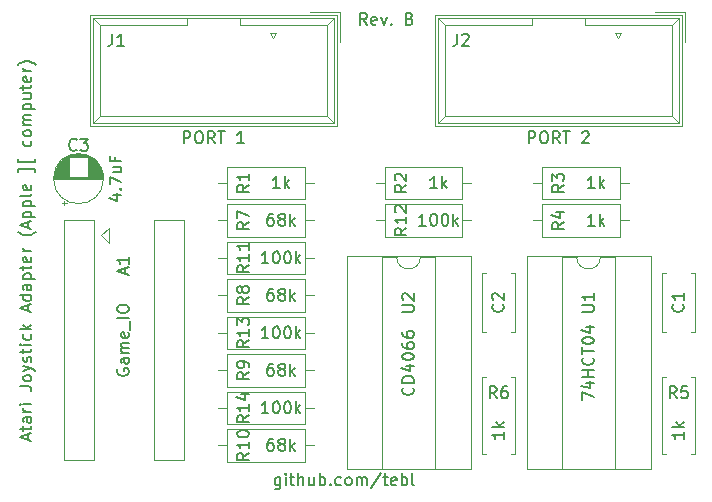
<source format=gto>
%TF.GenerationSoftware,KiCad,Pcbnew,(5.1.8)-1*%
%TF.CreationDate,2021-02-01T15:37:02+01:00*%
%TF.ProjectId,Apple II Adapter,4170706c-6520-4494-9920-416461707465,rev?*%
%TF.SameCoordinates,Original*%
%TF.FileFunction,Legend,Top*%
%TF.FilePolarity,Positive*%
%FSLAX46Y46*%
G04 Gerber Fmt 4.6, Leading zero omitted, Abs format (unit mm)*
G04 Created by KiCad (PCBNEW (5.1.8)-1) date 2021-02-01 15:37:02*
%MOMM*%
%LPD*%
G01*
G04 APERTURE LIST*
%ADD10C,0.150000*%
%ADD11C,0.120000*%
%ADD12C,0.100000*%
G04 APERTURE END LIST*
D10*
X205121190Y-109672380D02*
X205121190Y-108672380D01*
X205502142Y-108672380D01*
X205597380Y-108720000D01*
X205645000Y-108767619D01*
X205692619Y-108862857D01*
X205692619Y-109005714D01*
X205645000Y-109100952D01*
X205597380Y-109148571D01*
X205502142Y-109196190D01*
X205121190Y-109196190D01*
X206311666Y-108672380D02*
X206502142Y-108672380D01*
X206597380Y-108720000D01*
X206692619Y-108815238D01*
X206740238Y-109005714D01*
X206740238Y-109339047D01*
X206692619Y-109529523D01*
X206597380Y-109624761D01*
X206502142Y-109672380D01*
X206311666Y-109672380D01*
X206216428Y-109624761D01*
X206121190Y-109529523D01*
X206073571Y-109339047D01*
X206073571Y-109005714D01*
X206121190Y-108815238D01*
X206216428Y-108720000D01*
X206311666Y-108672380D01*
X207740238Y-109672380D02*
X207406904Y-109196190D01*
X207168809Y-109672380D02*
X207168809Y-108672380D01*
X207549761Y-108672380D01*
X207645000Y-108720000D01*
X207692619Y-108767619D01*
X207740238Y-108862857D01*
X207740238Y-109005714D01*
X207692619Y-109100952D01*
X207645000Y-109148571D01*
X207549761Y-109196190D01*
X207168809Y-109196190D01*
X208025952Y-108672380D02*
X208597380Y-108672380D01*
X208311666Y-109672380D02*
X208311666Y-108672380D01*
X209645000Y-108767619D02*
X209692619Y-108720000D01*
X209787857Y-108672380D01*
X210025952Y-108672380D01*
X210121190Y-108720000D01*
X210168809Y-108767619D01*
X210216428Y-108862857D01*
X210216428Y-108958095D01*
X210168809Y-109100952D01*
X209597380Y-109672380D01*
X210216428Y-109672380D01*
X175911190Y-109672380D02*
X175911190Y-108672380D01*
X176292142Y-108672380D01*
X176387380Y-108720000D01*
X176435000Y-108767619D01*
X176482619Y-108862857D01*
X176482619Y-109005714D01*
X176435000Y-109100952D01*
X176387380Y-109148571D01*
X176292142Y-109196190D01*
X175911190Y-109196190D01*
X177101666Y-108672380D02*
X177292142Y-108672380D01*
X177387380Y-108720000D01*
X177482619Y-108815238D01*
X177530238Y-109005714D01*
X177530238Y-109339047D01*
X177482619Y-109529523D01*
X177387380Y-109624761D01*
X177292142Y-109672380D01*
X177101666Y-109672380D01*
X177006428Y-109624761D01*
X176911190Y-109529523D01*
X176863571Y-109339047D01*
X176863571Y-109005714D01*
X176911190Y-108815238D01*
X177006428Y-108720000D01*
X177101666Y-108672380D01*
X178530238Y-109672380D02*
X178196904Y-109196190D01*
X177958809Y-109672380D02*
X177958809Y-108672380D01*
X178339761Y-108672380D01*
X178435000Y-108720000D01*
X178482619Y-108767619D01*
X178530238Y-108862857D01*
X178530238Y-109005714D01*
X178482619Y-109100952D01*
X178435000Y-109148571D01*
X178339761Y-109196190D01*
X177958809Y-109196190D01*
X178815952Y-108672380D02*
X179387380Y-108672380D01*
X179101666Y-109672380D02*
X179101666Y-108672380D01*
X181006428Y-109672380D02*
X180435000Y-109672380D01*
X180720714Y-109672380D02*
X180720714Y-108672380D01*
X180625476Y-108815238D01*
X180530238Y-108910476D01*
X180435000Y-108958095D01*
X191420952Y-99639380D02*
X191087619Y-99163190D01*
X190849523Y-99639380D02*
X190849523Y-98639380D01*
X191230476Y-98639380D01*
X191325714Y-98687000D01*
X191373333Y-98734619D01*
X191420952Y-98829857D01*
X191420952Y-98972714D01*
X191373333Y-99067952D01*
X191325714Y-99115571D01*
X191230476Y-99163190D01*
X190849523Y-99163190D01*
X192230476Y-99591761D02*
X192135238Y-99639380D01*
X191944761Y-99639380D01*
X191849523Y-99591761D01*
X191801904Y-99496523D01*
X191801904Y-99115571D01*
X191849523Y-99020333D01*
X191944761Y-98972714D01*
X192135238Y-98972714D01*
X192230476Y-99020333D01*
X192278095Y-99115571D01*
X192278095Y-99210809D01*
X191801904Y-99306047D01*
X192611428Y-98972714D02*
X192849523Y-99639380D01*
X193087619Y-98972714D01*
X193468571Y-99544142D02*
X193516190Y-99591761D01*
X193468571Y-99639380D01*
X193420952Y-99591761D01*
X193468571Y-99544142D01*
X193468571Y-99639380D01*
X195040000Y-99115571D02*
X195182857Y-99163190D01*
X195230476Y-99210809D01*
X195278095Y-99306047D01*
X195278095Y-99448904D01*
X195230476Y-99544142D01*
X195182857Y-99591761D01*
X195087619Y-99639380D01*
X194706666Y-99639380D01*
X194706666Y-98639380D01*
X195040000Y-98639380D01*
X195135238Y-98687000D01*
X195182857Y-98734619D01*
X195230476Y-98829857D01*
X195230476Y-98925095D01*
X195182857Y-99020333D01*
X195135238Y-99067952D01*
X195040000Y-99115571D01*
X194706666Y-99115571D01*
X184079238Y-137961714D02*
X184079238Y-138771238D01*
X184031619Y-138866476D01*
X183984000Y-138914095D01*
X183888761Y-138961714D01*
X183745904Y-138961714D01*
X183650666Y-138914095D01*
X184079238Y-138580761D02*
X183984000Y-138628380D01*
X183793523Y-138628380D01*
X183698285Y-138580761D01*
X183650666Y-138533142D01*
X183603047Y-138437904D01*
X183603047Y-138152190D01*
X183650666Y-138056952D01*
X183698285Y-138009333D01*
X183793523Y-137961714D01*
X183984000Y-137961714D01*
X184079238Y-138009333D01*
X184555428Y-138628380D02*
X184555428Y-137961714D01*
X184555428Y-137628380D02*
X184507809Y-137676000D01*
X184555428Y-137723619D01*
X184603047Y-137676000D01*
X184555428Y-137628380D01*
X184555428Y-137723619D01*
X184888761Y-137961714D02*
X185269714Y-137961714D01*
X185031619Y-137628380D02*
X185031619Y-138485523D01*
X185079238Y-138580761D01*
X185174476Y-138628380D01*
X185269714Y-138628380D01*
X185603047Y-138628380D02*
X185603047Y-137628380D01*
X186031619Y-138628380D02*
X186031619Y-138104571D01*
X185984000Y-138009333D01*
X185888761Y-137961714D01*
X185745904Y-137961714D01*
X185650666Y-138009333D01*
X185603047Y-138056952D01*
X186936380Y-137961714D02*
X186936380Y-138628380D01*
X186507809Y-137961714D02*
X186507809Y-138485523D01*
X186555428Y-138580761D01*
X186650666Y-138628380D01*
X186793523Y-138628380D01*
X186888761Y-138580761D01*
X186936380Y-138533142D01*
X187412571Y-138628380D02*
X187412571Y-137628380D01*
X187412571Y-138009333D02*
X187507809Y-137961714D01*
X187698285Y-137961714D01*
X187793523Y-138009333D01*
X187841142Y-138056952D01*
X187888761Y-138152190D01*
X187888761Y-138437904D01*
X187841142Y-138533142D01*
X187793523Y-138580761D01*
X187698285Y-138628380D01*
X187507809Y-138628380D01*
X187412571Y-138580761D01*
X188317333Y-138533142D02*
X188364952Y-138580761D01*
X188317333Y-138628380D01*
X188269714Y-138580761D01*
X188317333Y-138533142D01*
X188317333Y-138628380D01*
X189222095Y-138580761D02*
X189126857Y-138628380D01*
X188936380Y-138628380D01*
X188841142Y-138580761D01*
X188793523Y-138533142D01*
X188745904Y-138437904D01*
X188745904Y-138152190D01*
X188793523Y-138056952D01*
X188841142Y-138009333D01*
X188936380Y-137961714D01*
X189126857Y-137961714D01*
X189222095Y-138009333D01*
X189793523Y-138628380D02*
X189698285Y-138580761D01*
X189650666Y-138533142D01*
X189603047Y-138437904D01*
X189603047Y-138152190D01*
X189650666Y-138056952D01*
X189698285Y-138009333D01*
X189793523Y-137961714D01*
X189936380Y-137961714D01*
X190031619Y-138009333D01*
X190079238Y-138056952D01*
X190126857Y-138152190D01*
X190126857Y-138437904D01*
X190079238Y-138533142D01*
X190031619Y-138580761D01*
X189936380Y-138628380D01*
X189793523Y-138628380D01*
X190555428Y-138628380D02*
X190555428Y-137961714D01*
X190555428Y-138056952D02*
X190603047Y-138009333D01*
X190698285Y-137961714D01*
X190841142Y-137961714D01*
X190936380Y-138009333D01*
X190984000Y-138104571D01*
X190984000Y-138628380D01*
X190984000Y-138104571D02*
X191031619Y-138009333D01*
X191126857Y-137961714D01*
X191269714Y-137961714D01*
X191364952Y-138009333D01*
X191412571Y-138104571D01*
X191412571Y-138628380D01*
X192603047Y-137580761D02*
X191745904Y-138866476D01*
X192793523Y-137961714D02*
X193174476Y-137961714D01*
X192936380Y-137628380D02*
X192936380Y-138485523D01*
X192984000Y-138580761D01*
X193079238Y-138628380D01*
X193174476Y-138628380D01*
X193888761Y-138580761D02*
X193793523Y-138628380D01*
X193603047Y-138628380D01*
X193507809Y-138580761D01*
X193460190Y-138485523D01*
X193460190Y-138104571D01*
X193507809Y-138009333D01*
X193603047Y-137961714D01*
X193793523Y-137961714D01*
X193888761Y-138009333D01*
X193936380Y-138104571D01*
X193936380Y-138199809D01*
X193460190Y-138295047D01*
X194364952Y-138628380D02*
X194364952Y-137628380D01*
X194364952Y-138009333D02*
X194460190Y-137961714D01*
X194650666Y-137961714D01*
X194745904Y-138009333D01*
X194793523Y-138056952D01*
X194841142Y-138152190D01*
X194841142Y-138437904D01*
X194793523Y-138533142D01*
X194745904Y-138580761D01*
X194650666Y-138628380D01*
X194460190Y-138628380D01*
X194364952Y-138580761D01*
X195412571Y-138628380D02*
X195317333Y-138580761D01*
X195269714Y-138485523D01*
X195269714Y-137628380D01*
X162726666Y-134792619D02*
X162726666Y-134316428D01*
X163012380Y-134887857D02*
X162012380Y-134554523D01*
X163012380Y-134221190D01*
X162345714Y-134030714D02*
X162345714Y-133649761D01*
X162012380Y-133887857D02*
X162869523Y-133887857D01*
X162964761Y-133840238D01*
X163012380Y-133745000D01*
X163012380Y-133649761D01*
X163012380Y-132887857D02*
X162488571Y-132887857D01*
X162393333Y-132935476D01*
X162345714Y-133030714D01*
X162345714Y-133221190D01*
X162393333Y-133316428D01*
X162964761Y-132887857D02*
X163012380Y-132983095D01*
X163012380Y-133221190D01*
X162964761Y-133316428D01*
X162869523Y-133364047D01*
X162774285Y-133364047D01*
X162679047Y-133316428D01*
X162631428Y-133221190D01*
X162631428Y-132983095D01*
X162583809Y-132887857D01*
X163012380Y-132411666D02*
X162345714Y-132411666D01*
X162536190Y-132411666D02*
X162440952Y-132364047D01*
X162393333Y-132316428D01*
X162345714Y-132221190D01*
X162345714Y-132125952D01*
X163012380Y-131792619D02*
X162345714Y-131792619D01*
X162012380Y-131792619D02*
X162060000Y-131840238D01*
X162107619Y-131792619D01*
X162060000Y-131745000D01*
X162012380Y-131792619D01*
X162107619Y-131792619D01*
X162012380Y-130268809D02*
X162726666Y-130268809D01*
X162869523Y-130316428D01*
X162964761Y-130411666D01*
X163012380Y-130554523D01*
X163012380Y-130649761D01*
X163012380Y-129649761D02*
X162964761Y-129745000D01*
X162917142Y-129792619D01*
X162821904Y-129840238D01*
X162536190Y-129840238D01*
X162440952Y-129792619D01*
X162393333Y-129745000D01*
X162345714Y-129649761D01*
X162345714Y-129506904D01*
X162393333Y-129411666D01*
X162440952Y-129364047D01*
X162536190Y-129316428D01*
X162821904Y-129316428D01*
X162917142Y-129364047D01*
X162964761Y-129411666D01*
X163012380Y-129506904D01*
X163012380Y-129649761D01*
X162345714Y-128983095D02*
X163012380Y-128745000D01*
X162345714Y-128506904D02*
X163012380Y-128745000D01*
X163250476Y-128840238D01*
X163298095Y-128887857D01*
X163345714Y-128983095D01*
X162964761Y-128173571D02*
X163012380Y-128078333D01*
X163012380Y-127887857D01*
X162964761Y-127792619D01*
X162869523Y-127745000D01*
X162821904Y-127745000D01*
X162726666Y-127792619D01*
X162679047Y-127887857D01*
X162679047Y-128030714D01*
X162631428Y-128125952D01*
X162536190Y-128173571D01*
X162488571Y-128173571D01*
X162393333Y-128125952D01*
X162345714Y-128030714D01*
X162345714Y-127887857D01*
X162393333Y-127792619D01*
X162345714Y-127459285D02*
X162345714Y-127078333D01*
X162012380Y-127316428D02*
X162869523Y-127316428D01*
X162964761Y-127268809D01*
X163012380Y-127173571D01*
X163012380Y-127078333D01*
X163012380Y-126745000D02*
X162345714Y-126745000D01*
X162012380Y-126745000D02*
X162060000Y-126792619D01*
X162107619Y-126745000D01*
X162060000Y-126697380D01*
X162012380Y-126745000D01*
X162107619Y-126745000D01*
X162964761Y-125840238D02*
X163012380Y-125935476D01*
X163012380Y-126125952D01*
X162964761Y-126221190D01*
X162917142Y-126268809D01*
X162821904Y-126316428D01*
X162536190Y-126316428D01*
X162440952Y-126268809D01*
X162393333Y-126221190D01*
X162345714Y-126125952D01*
X162345714Y-125935476D01*
X162393333Y-125840238D01*
X163012380Y-125411666D02*
X162012380Y-125411666D01*
X162631428Y-125316428D02*
X163012380Y-125030714D01*
X162345714Y-125030714D02*
X162726666Y-125411666D01*
X162726666Y-123887857D02*
X162726666Y-123411666D01*
X163012380Y-123983095D02*
X162012380Y-123649761D01*
X163012380Y-123316428D01*
X163012380Y-122554523D02*
X162012380Y-122554523D01*
X162964761Y-122554523D02*
X163012380Y-122649761D01*
X163012380Y-122840238D01*
X162964761Y-122935476D01*
X162917142Y-122983095D01*
X162821904Y-123030714D01*
X162536190Y-123030714D01*
X162440952Y-122983095D01*
X162393333Y-122935476D01*
X162345714Y-122840238D01*
X162345714Y-122649761D01*
X162393333Y-122554523D01*
X163012380Y-121649761D02*
X162488571Y-121649761D01*
X162393333Y-121697380D01*
X162345714Y-121792619D01*
X162345714Y-121983095D01*
X162393333Y-122078333D01*
X162964761Y-121649761D02*
X163012380Y-121745000D01*
X163012380Y-121983095D01*
X162964761Y-122078333D01*
X162869523Y-122125952D01*
X162774285Y-122125952D01*
X162679047Y-122078333D01*
X162631428Y-121983095D01*
X162631428Y-121745000D01*
X162583809Y-121649761D01*
X162345714Y-121173571D02*
X163345714Y-121173571D01*
X162393333Y-121173571D02*
X162345714Y-121078333D01*
X162345714Y-120887857D01*
X162393333Y-120792619D01*
X162440952Y-120745000D01*
X162536190Y-120697380D01*
X162821904Y-120697380D01*
X162917142Y-120745000D01*
X162964761Y-120792619D01*
X163012380Y-120887857D01*
X163012380Y-121078333D01*
X162964761Y-121173571D01*
X162345714Y-120411666D02*
X162345714Y-120030714D01*
X162012380Y-120268809D02*
X162869523Y-120268809D01*
X162964761Y-120221190D01*
X163012380Y-120125952D01*
X163012380Y-120030714D01*
X162964761Y-119316428D02*
X163012380Y-119411666D01*
X163012380Y-119602142D01*
X162964761Y-119697380D01*
X162869523Y-119745000D01*
X162488571Y-119745000D01*
X162393333Y-119697380D01*
X162345714Y-119602142D01*
X162345714Y-119411666D01*
X162393333Y-119316428D01*
X162488571Y-119268809D01*
X162583809Y-119268809D01*
X162679047Y-119745000D01*
X163012380Y-118840238D02*
X162345714Y-118840238D01*
X162536190Y-118840238D02*
X162440952Y-118792619D01*
X162393333Y-118745000D01*
X162345714Y-118649761D01*
X162345714Y-118554523D01*
X163393333Y-117173571D02*
X163345714Y-117221190D01*
X163202857Y-117316428D01*
X163107619Y-117364047D01*
X162964761Y-117411666D01*
X162726666Y-117459285D01*
X162536190Y-117459285D01*
X162298095Y-117411666D01*
X162155238Y-117364047D01*
X162060000Y-117316428D01*
X161917142Y-117221190D01*
X161869523Y-117173571D01*
X162726666Y-116840238D02*
X162726666Y-116364047D01*
X163012380Y-116935476D02*
X162012380Y-116602142D01*
X163012380Y-116268809D01*
X162345714Y-115935476D02*
X163345714Y-115935476D01*
X162393333Y-115935476D02*
X162345714Y-115840238D01*
X162345714Y-115649761D01*
X162393333Y-115554523D01*
X162440952Y-115506904D01*
X162536190Y-115459285D01*
X162821904Y-115459285D01*
X162917142Y-115506904D01*
X162964761Y-115554523D01*
X163012380Y-115649761D01*
X163012380Y-115840238D01*
X162964761Y-115935476D01*
X162345714Y-115030714D02*
X163345714Y-115030714D01*
X162393333Y-115030714D02*
X162345714Y-114935476D01*
X162345714Y-114745000D01*
X162393333Y-114649761D01*
X162440952Y-114602142D01*
X162536190Y-114554523D01*
X162821904Y-114554523D01*
X162917142Y-114602142D01*
X162964761Y-114649761D01*
X163012380Y-114745000D01*
X163012380Y-114935476D01*
X162964761Y-115030714D01*
X163012380Y-113983095D02*
X162964761Y-114078333D01*
X162869523Y-114125952D01*
X162012380Y-114125952D01*
X162964761Y-113221190D02*
X163012380Y-113316428D01*
X163012380Y-113506904D01*
X162964761Y-113602142D01*
X162869523Y-113649761D01*
X162488571Y-113649761D01*
X162393333Y-113602142D01*
X162345714Y-113506904D01*
X162345714Y-113316428D01*
X162393333Y-113221190D01*
X162488571Y-113173571D01*
X162583809Y-113173571D01*
X162679047Y-113649761D01*
X163345714Y-112078333D02*
X163345714Y-111840238D01*
X161917142Y-111840238D01*
X161917142Y-112078333D01*
X163345714Y-111030714D02*
X163345714Y-111268809D01*
X161917142Y-111268809D01*
X161917142Y-111030714D01*
X162964761Y-109459285D02*
X163012380Y-109554523D01*
X163012380Y-109745000D01*
X162964761Y-109840238D01*
X162917142Y-109887857D01*
X162821904Y-109935476D01*
X162536190Y-109935476D01*
X162440952Y-109887857D01*
X162393333Y-109840238D01*
X162345714Y-109745000D01*
X162345714Y-109554523D01*
X162393333Y-109459285D01*
X163012380Y-108887857D02*
X162964761Y-108983095D01*
X162917142Y-109030714D01*
X162821904Y-109078333D01*
X162536190Y-109078333D01*
X162440952Y-109030714D01*
X162393333Y-108983095D01*
X162345714Y-108887857D01*
X162345714Y-108745000D01*
X162393333Y-108649761D01*
X162440952Y-108602142D01*
X162536190Y-108554523D01*
X162821904Y-108554523D01*
X162917142Y-108602142D01*
X162964761Y-108649761D01*
X163012380Y-108745000D01*
X163012380Y-108887857D01*
X163012380Y-108125952D02*
X162345714Y-108125952D01*
X162440952Y-108125952D02*
X162393333Y-108078333D01*
X162345714Y-107983095D01*
X162345714Y-107840238D01*
X162393333Y-107745000D01*
X162488571Y-107697380D01*
X163012380Y-107697380D01*
X162488571Y-107697380D02*
X162393333Y-107649761D01*
X162345714Y-107554523D01*
X162345714Y-107411666D01*
X162393333Y-107316428D01*
X162488571Y-107268809D01*
X163012380Y-107268809D01*
X162345714Y-106792619D02*
X163345714Y-106792619D01*
X162393333Y-106792619D02*
X162345714Y-106697380D01*
X162345714Y-106506904D01*
X162393333Y-106411666D01*
X162440952Y-106364047D01*
X162536190Y-106316428D01*
X162821904Y-106316428D01*
X162917142Y-106364047D01*
X162964761Y-106411666D01*
X163012380Y-106506904D01*
X163012380Y-106697380D01*
X162964761Y-106792619D01*
X162345714Y-105459285D02*
X163012380Y-105459285D01*
X162345714Y-105887857D02*
X162869523Y-105887857D01*
X162964761Y-105840238D01*
X163012380Y-105745000D01*
X163012380Y-105602142D01*
X162964761Y-105506904D01*
X162917142Y-105459285D01*
X162345714Y-105125952D02*
X162345714Y-104745000D01*
X162012380Y-104983095D02*
X162869523Y-104983095D01*
X162964761Y-104935476D01*
X163012380Y-104840238D01*
X163012380Y-104745000D01*
X162964761Y-104030714D02*
X163012380Y-104125952D01*
X163012380Y-104316428D01*
X162964761Y-104411666D01*
X162869523Y-104459285D01*
X162488571Y-104459285D01*
X162393333Y-104411666D01*
X162345714Y-104316428D01*
X162345714Y-104125952D01*
X162393333Y-104030714D01*
X162488571Y-103983095D01*
X162583809Y-103983095D01*
X162679047Y-104459285D01*
X163012380Y-103554523D02*
X162345714Y-103554523D01*
X162536190Y-103554523D02*
X162440952Y-103506904D01*
X162393333Y-103459285D01*
X162345714Y-103364047D01*
X162345714Y-103268809D01*
X163393333Y-103030714D02*
X163345714Y-102983095D01*
X163202857Y-102887857D01*
X163107619Y-102840238D01*
X162964761Y-102792619D01*
X162726666Y-102745000D01*
X162536190Y-102745000D01*
X162298095Y-102792619D01*
X162155238Y-102840238D01*
X162060000Y-102887857D01*
X161917142Y-102983095D01*
X161869523Y-103030714D01*
D11*
%TO.C,A1*%
X169545000Y-118110000D02*
X168910000Y-117475000D01*
X169545000Y-116840000D02*
X169545000Y-118110000D01*
X168910000Y-117475000D02*
X169545000Y-116840000D01*
X165735000Y-116205000D02*
X168275000Y-116205000D01*
X168275000Y-116205000D02*
X168275000Y-136525000D01*
X168275000Y-136525000D02*
X165735000Y-136525000D01*
X165735000Y-136525000D02*
X165735000Y-116205000D01*
X173355000Y-116205000D02*
X175895000Y-116205000D01*
X175895000Y-116205000D02*
X175895000Y-136525000D01*
X175895000Y-136525000D02*
X173355000Y-136525000D01*
X173355000Y-136525000D02*
X173355000Y-116205000D01*
%TO.C,R3*%
X205510000Y-113030000D02*
X206280000Y-113030000D01*
X213590000Y-113030000D02*
X212820000Y-113030000D01*
X206280000Y-114400000D02*
X212820000Y-114400000D01*
X206280000Y-111660000D02*
X206280000Y-114400000D01*
X212820000Y-111660000D02*
X206280000Y-111660000D01*
X212820000Y-114400000D02*
X212820000Y-111660000D01*
%TO.C,C2*%
X201510000Y-125620000D02*
X201195000Y-125620000D01*
X203935000Y-125620000D02*
X203620000Y-125620000D01*
X201510000Y-120680000D02*
X201195000Y-120680000D01*
X203935000Y-120680000D02*
X203620000Y-120680000D01*
X201195000Y-120680000D02*
X201195000Y-125620000D01*
X203935000Y-120680000D02*
X203935000Y-125620000D01*
%TO.C,R14*%
X179610000Y-130710000D02*
X179610000Y-133450000D01*
X179610000Y-133450000D02*
X186150000Y-133450000D01*
X186150000Y-133450000D02*
X186150000Y-130710000D01*
X186150000Y-130710000D02*
X179610000Y-130710000D01*
X178840000Y-132080000D02*
X179610000Y-132080000D01*
X186920000Y-132080000D02*
X186150000Y-132080000D01*
%TO.C,U1*%
X209185000Y-119320000D02*
X207935000Y-119320000D01*
X207935000Y-119320000D02*
X207935000Y-137220000D01*
X207935000Y-137220000D02*
X212435000Y-137220000D01*
X212435000Y-137220000D02*
X212435000Y-119320000D01*
X212435000Y-119320000D02*
X211185000Y-119320000D01*
X204935000Y-119260000D02*
X204935000Y-137280000D01*
X204935000Y-137280000D02*
X215435000Y-137280000D01*
X215435000Y-137280000D02*
X215435000Y-119260000D01*
X215435000Y-119260000D02*
X204935000Y-119260000D01*
X211185000Y-119320000D02*
G75*
G02*
X209185000Y-119320000I-1000000J0D01*
G01*
%TO.C,C1*%
X219175000Y-120680000D02*
X219175000Y-125620000D01*
X216435000Y-120680000D02*
X216435000Y-125620000D01*
X219175000Y-120680000D02*
X218860000Y-120680000D01*
X216750000Y-120680000D02*
X216435000Y-120680000D01*
X219175000Y-125620000D02*
X218860000Y-125620000D01*
X216750000Y-125620000D02*
X216435000Y-125620000D01*
%TO.C,C3*%
X169125000Y-112665000D02*
G75*
G03*
X169125000Y-112665000I-2120000J0D01*
G01*
X164925000Y-112665000D02*
X169085000Y-112665000D01*
X164925000Y-112625000D02*
X169085000Y-112625000D01*
X164926000Y-112585000D02*
X169084000Y-112585000D01*
X164928000Y-112545000D02*
X169082000Y-112545000D01*
X164931000Y-112505000D02*
X169079000Y-112505000D01*
X164934000Y-112465000D02*
X166165000Y-112465000D01*
X167845000Y-112465000D02*
X169076000Y-112465000D01*
X164938000Y-112425000D02*
X166165000Y-112425000D01*
X167845000Y-112425000D02*
X169072000Y-112425000D01*
X164943000Y-112385000D02*
X166165000Y-112385000D01*
X167845000Y-112385000D02*
X169067000Y-112385000D01*
X164949000Y-112345000D02*
X166165000Y-112345000D01*
X167845000Y-112345000D02*
X169061000Y-112345000D01*
X164955000Y-112305000D02*
X166165000Y-112305000D01*
X167845000Y-112305000D02*
X169055000Y-112305000D01*
X164963000Y-112265000D02*
X166165000Y-112265000D01*
X167845000Y-112265000D02*
X169047000Y-112265000D01*
X164971000Y-112225000D02*
X166165000Y-112225000D01*
X167845000Y-112225000D02*
X169039000Y-112225000D01*
X164980000Y-112185000D02*
X166165000Y-112185000D01*
X167845000Y-112185000D02*
X169030000Y-112185000D01*
X164989000Y-112145000D02*
X166165000Y-112145000D01*
X167845000Y-112145000D02*
X169021000Y-112145000D01*
X165000000Y-112105000D02*
X166165000Y-112105000D01*
X167845000Y-112105000D02*
X169010000Y-112105000D01*
X165011000Y-112065000D02*
X166165000Y-112065000D01*
X167845000Y-112065000D02*
X168999000Y-112065000D01*
X165023000Y-112025000D02*
X166165000Y-112025000D01*
X167845000Y-112025000D02*
X168987000Y-112025000D01*
X165037000Y-111985000D02*
X166165000Y-111985000D01*
X167845000Y-111985000D02*
X168973000Y-111985000D01*
X165051000Y-111944000D02*
X166165000Y-111944000D01*
X167845000Y-111944000D02*
X168959000Y-111944000D01*
X165065000Y-111904000D02*
X166165000Y-111904000D01*
X167845000Y-111904000D02*
X168945000Y-111904000D01*
X165081000Y-111864000D02*
X166165000Y-111864000D01*
X167845000Y-111864000D02*
X168929000Y-111864000D01*
X165098000Y-111824000D02*
X166165000Y-111824000D01*
X167845000Y-111824000D02*
X168912000Y-111824000D01*
X165116000Y-111784000D02*
X166165000Y-111784000D01*
X167845000Y-111784000D02*
X168894000Y-111784000D01*
X165135000Y-111744000D02*
X166165000Y-111744000D01*
X167845000Y-111744000D02*
X168875000Y-111744000D01*
X165154000Y-111704000D02*
X166165000Y-111704000D01*
X167845000Y-111704000D02*
X168856000Y-111704000D01*
X165175000Y-111664000D02*
X166165000Y-111664000D01*
X167845000Y-111664000D02*
X168835000Y-111664000D01*
X165197000Y-111624000D02*
X166165000Y-111624000D01*
X167845000Y-111624000D02*
X168813000Y-111624000D01*
X165220000Y-111584000D02*
X166165000Y-111584000D01*
X167845000Y-111584000D02*
X168790000Y-111584000D01*
X165245000Y-111544000D02*
X166165000Y-111544000D01*
X167845000Y-111544000D02*
X168765000Y-111544000D01*
X165270000Y-111504000D02*
X166165000Y-111504000D01*
X167845000Y-111504000D02*
X168740000Y-111504000D01*
X165297000Y-111464000D02*
X166165000Y-111464000D01*
X167845000Y-111464000D02*
X168713000Y-111464000D01*
X165325000Y-111424000D02*
X166165000Y-111424000D01*
X167845000Y-111424000D02*
X168685000Y-111424000D01*
X165355000Y-111384000D02*
X166165000Y-111384000D01*
X167845000Y-111384000D02*
X168655000Y-111384000D01*
X165386000Y-111344000D02*
X166165000Y-111344000D01*
X167845000Y-111344000D02*
X168624000Y-111344000D01*
X165418000Y-111304000D02*
X166165000Y-111304000D01*
X167845000Y-111304000D02*
X168592000Y-111304000D01*
X165453000Y-111264000D02*
X166165000Y-111264000D01*
X167845000Y-111264000D02*
X168557000Y-111264000D01*
X165489000Y-111224000D02*
X166165000Y-111224000D01*
X167845000Y-111224000D02*
X168521000Y-111224000D01*
X165527000Y-111184000D02*
X166165000Y-111184000D01*
X167845000Y-111184000D02*
X168483000Y-111184000D01*
X165567000Y-111144000D02*
X166165000Y-111144000D01*
X167845000Y-111144000D02*
X168443000Y-111144000D01*
X165609000Y-111104000D02*
X166165000Y-111104000D01*
X167845000Y-111104000D02*
X168401000Y-111104000D01*
X165654000Y-111064000D02*
X166165000Y-111064000D01*
X167845000Y-111064000D02*
X168356000Y-111064000D01*
X165701000Y-111024000D02*
X166165000Y-111024000D01*
X167845000Y-111024000D02*
X168309000Y-111024000D01*
X165751000Y-110984000D02*
X166165000Y-110984000D01*
X167845000Y-110984000D02*
X168259000Y-110984000D01*
X165805000Y-110944000D02*
X166165000Y-110944000D01*
X167845000Y-110944000D02*
X168205000Y-110944000D01*
X165863000Y-110904000D02*
X166165000Y-110904000D01*
X167845000Y-110904000D02*
X168147000Y-110904000D01*
X165925000Y-110864000D02*
X166165000Y-110864000D01*
X167845000Y-110864000D02*
X168085000Y-110864000D01*
X165992000Y-110824000D02*
X168018000Y-110824000D01*
X166065000Y-110784000D02*
X167945000Y-110784000D01*
X166146000Y-110744000D02*
X167864000Y-110744000D01*
X166237000Y-110704000D02*
X167773000Y-110704000D01*
X166341000Y-110664000D02*
X167669000Y-110664000D01*
X166468000Y-110624000D02*
X167542000Y-110624000D01*
X166635000Y-110584000D02*
X167375000Y-110584000D01*
X165810000Y-114934801D02*
X165810000Y-114534801D01*
X165610000Y-114734801D02*
X166010000Y-114734801D01*
%TO.C,J1*%
X183201500Y-100349562D02*
X183701500Y-100349562D01*
X183701500Y-100349562D02*
X183451500Y-100782575D01*
X183451500Y-100782575D02*
X183201500Y-100349562D01*
X189115000Y-98580000D02*
X189115000Y-101120000D01*
X189115000Y-98580000D02*
X186575000Y-98580000D01*
X188865000Y-98830000D02*
X188865000Y-108180000D01*
X168005000Y-98830000D02*
X188865000Y-98830000D01*
X168005000Y-108180000D02*
X168005000Y-98830000D01*
X188865000Y-108180000D02*
X168005000Y-108180000D01*
D12*
X168255000Y-99080000D02*
X168815000Y-99630000D01*
X188615000Y-99080000D02*
X188075000Y-99630000D01*
X168255000Y-107930000D02*
X168815000Y-107380000D01*
X188615000Y-107930000D02*
X188075000Y-107380000D01*
X168815000Y-107380000D02*
X168815000Y-99630000D01*
X168255000Y-107930000D02*
X168255000Y-99080000D01*
X188075000Y-107380000D02*
X188075000Y-99630000D01*
X188615000Y-107930000D02*
X188615000Y-99080000D01*
X176185000Y-99630000D02*
X176185000Y-99080000D01*
X180685000Y-99630000D02*
X180685000Y-99080000D01*
X176185000Y-99630000D02*
X168815000Y-99630000D01*
X188075000Y-99630000D02*
X180685000Y-99630000D01*
X188615000Y-99080000D02*
X168255000Y-99080000D01*
X188075000Y-107380000D02*
X168815000Y-107380000D01*
X188615000Y-107930000D02*
X168255000Y-107930000D01*
%TO.C,J2*%
X217825000Y-107930000D02*
X197465000Y-107930000D01*
X217285000Y-107380000D02*
X198025000Y-107380000D01*
X217825000Y-99080000D02*
X197465000Y-99080000D01*
X217285000Y-99630000D02*
X209895000Y-99630000D01*
X205395000Y-99630000D02*
X198025000Y-99630000D01*
X209895000Y-99630000D02*
X209895000Y-99080000D01*
X205395000Y-99630000D02*
X205395000Y-99080000D01*
X217825000Y-107930000D02*
X217825000Y-99080000D01*
X217285000Y-107380000D02*
X217285000Y-99630000D01*
X197465000Y-107930000D02*
X197465000Y-99080000D01*
X198025000Y-107380000D02*
X198025000Y-99630000D01*
X217825000Y-107930000D02*
X217285000Y-107380000D01*
X197465000Y-107930000D02*
X198025000Y-107380000D01*
X217825000Y-99080000D02*
X217285000Y-99630000D01*
X197465000Y-99080000D02*
X198025000Y-99630000D01*
D11*
X218075000Y-108180000D02*
X197215000Y-108180000D01*
X197215000Y-108180000D02*
X197215000Y-98830000D01*
X197215000Y-98830000D02*
X218075000Y-98830000D01*
X218075000Y-98830000D02*
X218075000Y-108180000D01*
X218325000Y-98580000D02*
X215785000Y-98580000D01*
X218325000Y-98580000D02*
X218325000Y-101120000D01*
X212661500Y-100782575D02*
X212411500Y-100349562D01*
X212911500Y-100349562D02*
X212661500Y-100782575D01*
X212411500Y-100349562D02*
X212911500Y-100349562D01*
%TO.C,R1*%
X186150000Y-114400000D02*
X186150000Y-111660000D01*
X186150000Y-111660000D02*
X179610000Y-111660000D01*
X179610000Y-111660000D02*
X179610000Y-114400000D01*
X179610000Y-114400000D02*
X186150000Y-114400000D01*
X186920000Y-113030000D02*
X186150000Y-113030000D01*
X178840000Y-113030000D02*
X179610000Y-113030000D01*
%TO.C,R2*%
X192175000Y-113030000D02*
X192945000Y-113030000D01*
X200255000Y-113030000D02*
X199485000Y-113030000D01*
X192945000Y-114400000D02*
X199485000Y-114400000D01*
X192945000Y-111660000D02*
X192945000Y-114400000D01*
X199485000Y-111660000D02*
X192945000Y-111660000D01*
X199485000Y-114400000D02*
X199485000Y-111660000D01*
%TO.C,R4*%
X212820000Y-117575000D02*
X212820000Y-114835000D01*
X212820000Y-114835000D02*
X206280000Y-114835000D01*
X206280000Y-114835000D02*
X206280000Y-117575000D01*
X206280000Y-117575000D02*
X212820000Y-117575000D01*
X213590000Y-116205000D02*
X212820000Y-116205000D01*
X205510000Y-116205000D02*
X206280000Y-116205000D01*
%TO.C,R7*%
X178840000Y-116205000D02*
X179610000Y-116205000D01*
X186920000Y-116205000D02*
X186150000Y-116205000D01*
X179610000Y-117575000D02*
X186150000Y-117575000D01*
X179610000Y-114835000D02*
X179610000Y-117575000D01*
X186150000Y-114835000D02*
X179610000Y-114835000D01*
X186150000Y-117575000D02*
X186150000Y-114835000D01*
%TO.C,R8*%
X186150000Y-123925000D02*
X186150000Y-121185000D01*
X186150000Y-121185000D02*
X179610000Y-121185000D01*
X179610000Y-121185000D02*
X179610000Y-123925000D01*
X179610000Y-123925000D02*
X186150000Y-123925000D01*
X186920000Y-122555000D02*
X186150000Y-122555000D01*
X178840000Y-122555000D02*
X179610000Y-122555000D01*
%TO.C,R9*%
X186150000Y-130275000D02*
X186150000Y-127535000D01*
X186150000Y-127535000D02*
X179610000Y-127535000D01*
X179610000Y-127535000D02*
X179610000Y-130275000D01*
X179610000Y-130275000D02*
X186150000Y-130275000D01*
X186920000Y-128905000D02*
X186150000Y-128905000D01*
X178840000Y-128905000D02*
X179610000Y-128905000D01*
%TO.C,R10*%
X178840000Y-135255000D02*
X179610000Y-135255000D01*
X186920000Y-135255000D02*
X186150000Y-135255000D01*
X179610000Y-136625000D02*
X186150000Y-136625000D01*
X179610000Y-133885000D02*
X179610000Y-136625000D01*
X186150000Y-133885000D02*
X179610000Y-133885000D01*
X186150000Y-136625000D02*
X186150000Y-133885000D01*
%TO.C,R11*%
X179610000Y-118010000D02*
X179610000Y-120750000D01*
X179610000Y-120750000D02*
X186150000Y-120750000D01*
X186150000Y-120750000D02*
X186150000Y-118010000D01*
X186150000Y-118010000D02*
X179610000Y-118010000D01*
X178840000Y-119380000D02*
X179610000Y-119380000D01*
X186920000Y-119380000D02*
X186150000Y-119380000D01*
%TO.C,R12*%
X192175000Y-116205000D02*
X192945000Y-116205000D01*
X200255000Y-116205000D02*
X199485000Y-116205000D01*
X192945000Y-117575000D02*
X199485000Y-117575000D01*
X192945000Y-114835000D02*
X192945000Y-117575000D01*
X199485000Y-114835000D02*
X192945000Y-114835000D01*
X199485000Y-117575000D02*
X199485000Y-114835000D01*
%TO.C,R13*%
X179610000Y-124360000D02*
X179610000Y-127100000D01*
X179610000Y-127100000D02*
X186150000Y-127100000D01*
X186150000Y-127100000D02*
X186150000Y-124360000D01*
X186150000Y-124360000D02*
X179610000Y-124360000D01*
X178840000Y-125730000D02*
X179610000Y-125730000D01*
X186920000Y-125730000D02*
X186150000Y-125730000D01*
%TO.C,U2*%
X200195000Y-119260000D02*
X189695000Y-119260000D01*
X200195000Y-137280000D02*
X200195000Y-119260000D01*
X189695000Y-137280000D02*
X200195000Y-137280000D01*
X189695000Y-119260000D02*
X189695000Y-137280000D01*
X197195000Y-119320000D02*
X195945000Y-119320000D01*
X197195000Y-137220000D02*
X197195000Y-119320000D01*
X192695000Y-137220000D02*
X197195000Y-137220000D01*
X192695000Y-119320000D02*
X192695000Y-137220000D01*
X193945000Y-119320000D02*
X192695000Y-119320000D01*
X195945000Y-119320000D02*
G75*
G02*
X193945000Y-119320000I-1000000J0D01*
G01*
%TO.C,R5*%
X219175000Y-129445000D02*
X218845000Y-129445000D01*
X219175000Y-135985000D02*
X219175000Y-129445000D01*
X218845000Y-135985000D02*
X219175000Y-135985000D01*
X216435000Y-129445000D02*
X216765000Y-129445000D01*
X216435000Y-135985000D02*
X216435000Y-129445000D01*
X216765000Y-135985000D02*
X216435000Y-135985000D01*
%TO.C,R6*%
X203605000Y-129445000D02*
X203935000Y-129445000D01*
X203935000Y-129445000D02*
X203935000Y-135985000D01*
X203935000Y-135985000D02*
X203605000Y-135985000D01*
X201525000Y-129445000D02*
X201195000Y-129445000D01*
X201195000Y-129445000D02*
X201195000Y-135985000D01*
X201195000Y-135985000D02*
X201525000Y-135985000D01*
%TO.C,A1*%
D10*
X170981666Y-120729285D02*
X170981666Y-120253095D01*
X171267380Y-120824523D02*
X170267380Y-120491190D01*
X171267380Y-120157857D01*
X171267380Y-119300714D02*
X171267380Y-119872142D01*
X171267380Y-119586428D02*
X170267380Y-119586428D01*
X170410238Y-119681666D01*
X170505476Y-119776904D01*
X170553095Y-119872142D01*
X170315000Y-128793571D02*
X170267380Y-128888809D01*
X170267380Y-129031666D01*
X170315000Y-129174523D01*
X170410238Y-129269761D01*
X170505476Y-129317380D01*
X170695952Y-129365000D01*
X170838809Y-129365000D01*
X171029285Y-129317380D01*
X171124523Y-129269761D01*
X171219761Y-129174523D01*
X171267380Y-129031666D01*
X171267380Y-128936428D01*
X171219761Y-128793571D01*
X171172142Y-128745952D01*
X170838809Y-128745952D01*
X170838809Y-128936428D01*
X171267380Y-127888809D02*
X170743571Y-127888809D01*
X170648333Y-127936428D01*
X170600714Y-128031666D01*
X170600714Y-128222142D01*
X170648333Y-128317380D01*
X171219761Y-127888809D02*
X171267380Y-127984047D01*
X171267380Y-128222142D01*
X171219761Y-128317380D01*
X171124523Y-128365000D01*
X171029285Y-128365000D01*
X170934047Y-128317380D01*
X170886428Y-128222142D01*
X170886428Y-127984047D01*
X170838809Y-127888809D01*
X171267380Y-127412619D02*
X170600714Y-127412619D01*
X170695952Y-127412619D02*
X170648333Y-127365000D01*
X170600714Y-127269761D01*
X170600714Y-127126904D01*
X170648333Y-127031666D01*
X170743571Y-126984047D01*
X171267380Y-126984047D01*
X170743571Y-126984047D02*
X170648333Y-126936428D01*
X170600714Y-126841190D01*
X170600714Y-126698333D01*
X170648333Y-126603095D01*
X170743571Y-126555476D01*
X171267380Y-126555476D01*
X171219761Y-125698333D02*
X171267380Y-125793571D01*
X171267380Y-125984047D01*
X171219761Y-126079285D01*
X171124523Y-126126904D01*
X170743571Y-126126904D01*
X170648333Y-126079285D01*
X170600714Y-125984047D01*
X170600714Y-125793571D01*
X170648333Y-125698333D01*
X170743571Y-125650714D01*
X170838809Y-125650714D01*
X170934047Y-126126904D01*
X171362619Y-125460238D02*
X171362619Y-124698333D01*
X171267380Y-124460238D02*
X170267380Y-124460238D01*
X170267380Y-123793571D02*
X170267380Y-123603095D01*
X170315000Y-123507857D01*
X170410238Y-123412619D01*
X170600714Y-123365000D01*
X170934047Y-123365000D01*
X171124523Y-123412619D01*
X171219761Y-123507857D01*
X171267380Y-123603095D01*
X171267380Y-123793571D01*
X171219761Y-123888809D01*
X171124523Y-123984047D01*
X170934047Y-124031666D01*
X170600714Y-124031666D01*
X170410238Y-123984047D01*
X170315000Y-123888809D01*
X170267380Y-123793571D01*
%TO.C,R3*%
X208097380Y-113196666D02*
X207621190Y-113530000D01*
X208097380Y-113768095D02*
X207097380Y-113768095D01*
X207097380Y-113387142D01*
X207145000Y-113291904D01*
X207192619Y-113244285D01*
X207287857Y-113196666D01*
X207430714Y-113196666D01*
X207525952Y-113244285D01*
X207573571Y-113291904D01*
X207621190Y-113387142D01*
X207621190Y-113768095D01*
X207097380Y-112863333D02*
X207097380Y-112244285D01*
X207478333Y-112577619D01*
X207478333Y-112434761D01*
X207525952Y-112339523D01*
X207573571Y-112291904D01*
X207668809Y-112244285D01*
X207906904Y-112244285D01*
X208002142Y-112291904D01*
X208049761Y-112339523D01*
X208097380Y-112434761D01*
X208097380Y-112720476D01*
X208049761Y-112815714D01*
X208002142Y-112863333D01*
X210700952Y-113482380D02*
X210129523Y-113482380D01*
X210415238Y-113482380D02*
X210415238Y-112482380D01*
X210320000Y-112625238D01*
X210224761Y-112720476D01*
X210129523Y-112768095D01*
X211129523Y-113482380D02*
X211129523Y-112482380D01*
X211224761Y-113101428D02*
X211510476Y-113482380D01*
X211510476Y-112815714D02*
X211129523Y-113196666D01*
%TO.C,C2*%
X202922142Y-123316666D02*
X202969761Y-123364285D01*
X203017380Y-123507142D01*
X203017380Y-123602380D01*
X202969761Y-123745238D01*
X202874523Y-123840476D01*
X202779285Y-123888095D01*
X202588809Y-123935714D01*
X202445952Y-123935714D01*
X202255476Y-123888095D01*
X202160238Y-123840476D01*
X202065000Y-123745238D01*
X202017380Y-123602380D01*
X202017380Y-123507142D01*
X202065000Y-123364285D01*
X202112619Y-123316666D01*
X202112619Y-122935714D02*
X202065000Y-122888095D01*
X202017380Y-122792857D01*
X202017380Y-122554761D01*
X202065000Y-122459523D01*
X202112619Y-122411904D01*
X202207857Y-122364285D01*
X202303095Y-122364285D01*
X202445952Y-122411904D01*
X203017380Y-122983333D01*
X203017380Y-122364285D01*
%TO.C,R14*%
X181427380Y-132722857D02*
X180951190Y-133056190D01*
X181427380Y-133294285D02*
X180427380Y-133294285D01*
X180427380Y-132913333D01*
X180475000Y-132818095D01*
X180522619Y-132770476D01*
X180617857Y-132722857D01*
X180760714Y-132722857D01*
X180855952Y-132770476D01*
X180903571Y-132818095D01*
X180951190Y-132913333D01*
X180951190Y-133294285D01*
X181427380Y-131770476D02*
X181427380Y-132341904D01*
X181427380Y-132056190D02*
X180427380Y-132056190D01*
X180570238Y-132151428D01*
X180665476Y-132246666D01*
X180713095Y-132341904D01*
X180760714Y-130913333D02*
X181427380Y-130913333D01*
X180379761Y-131151428D02*
X181094047Y-131389523D01*
X181094047Y-130770476D01*
X183078571Y-132532380D02*
X182507142Y-132532380D01*
X182792857Y-132532380D02*
X182792857Y-131532380D01*
X182697619Y-131675238D01*
X182602380Y-131770476D01*
X182507142Y-131818095D01*
X183697619Y-131532380D02*
X183792857Y-131532380D01*
X183888095Y-131580000D01*
X183935714Y-131627619D01*
X183983333Y-131722857D01*
X184030952Y-131913333D01*
X184030952Y-132151428D01*
X183983333Y-132341904D01*
X183935714Y-132437142D01*
X183888095Y-132484761D01*
X183792857Y-132532380D01*
X183697619Y-132532380D01*
X183602380Y-132484761D01*
X183554761Y-132437142D01*
X183507142Y-132341904D01*
X183459523Y-132151428D01*
X183459523Y-131913333D01*
X183507142Y-131722857D01*
X183554761Y-131627619D01*
X183602380Y-131580000D01*
X183697619Y-131532380D01*
X184650000Y-131532380D02*
X184745238Y-131532380D01*
X184840476Y-131580000D01*
X184888095Y-131627619D01*
X184935714Y-131722857D01*
X184983333Y-131913333D01*
X184983333Y-132151428D01*
X184935714Y-132341904D01*
X184888095Y-132437142D01*
X184840476Y-132484761D01*
X184745238Y-132532380D01*
X184650000Y-132532380D01*
X184554761Y-132484761D01*
X184507142Y-132437142D01*
X184459523Y-132341904D01*
X184411904Y-132151428D01*
X184411904Y-131913333D01*
X184459523Y-131722857D01*
X184507142Y-131627619D01*
X184554761Y-131580000D01*
X184650000Y-131532380D01*
X185411904Y-132532380D02*
X185411904Y-131532380D01*
X185507142Y-132151428D02*
X185792857Y-132532380D01*
X185792857Y-131865714D02*
X185411904Y-132246666D01*
%TO.C,U1*%
X209637380Y-123951904D02*
X210446904Y-123951904D01*
X210542142Y-123904285D01*
X210589761Y-123856666D01*
X210637380Y-123761428D01*
X210637380Y-123570952D01*
X210589761Y-123475714D01*
X210542142Y-123428095D01*
X210446904Y-123380476D01*
X209637380Y-123380476D01*
X210637380Y-122380476D02*
X210637380Y-122951904D01*
X210637380Y-122666190D02*
X209637380Y-122666190D01*
X209780238Y-122761428D01*
X209875476Y-122856666D01*
X209923095Y-122951904D01*
X209637380Y-131436666D02*
X209637380Y-130770000D01*
X210637380Y-131198571D01*
X209970714Y-129960476D02*
X210637380Y-129960476D01*
X209589761Y-130198571D02*
X210304047Y-130436666D01*
X210304047Y-129817619D01*
X210637380Y-129436666D02*
X209637380Y-129436666D01*
X210113571Y-129436666D02*
X210113571Y-128865238D01*
X210637380Y-128865238D02*
X209637380Y-128865238D01*
X210542142Y-127817619D02*
X210589761Y-127865238D01*
X210637380Y-128008095D01*
X210637380Y-128103333D01*
X210589761Y-128246190D01*
X210494523Y-128341428D01*
X210399285Y-128389047D01*
X210208809Y-128436666D01*
X210065952Y-128436666D01*
X209875476Y-128389047D01*
X209780238Y-128341428D01*
X209685000Y-128246190D01*
X209637380Y-128103333D01*
X209637380Y-128008095D01*
X209685000Y-127865238D01*
X209732619Y-127817619D01*
X209637380Y-127531904D02*
X209637380Y-126960476D01*
X210637380Y-127246190D02*
X209637380Y-127246190D01*
X209637380Y-126436666D02*
X209637380Y-126341428D01*
X209685000Y-126246190D01*
X209732619Y-126198571D01*
X209827857Y-126150952D01*
X210018333Y-126103333D01*
X210256428Y-126103333D01*
X210446904Y-126150952D01*
X210542142Y-126198571D01*
X210589761Y-126246190D01*
X210637380Y-126341428D01*
X210637380Y-126436666D01*
X210589761Y-126531904D01*
X210542142Y-126579523D01*
X210446904Y-126627142D01*
X210256428Y-126674761D01*
X210018333Y-126674761D01*
X209827857Y-126627142D01*
X209732619Y-126579523D01*
X209685000Y-126531904D01*
X209637380Y-126436666D01*
X209970714Y-125246190D02*
X210637380Y-125246190D01*
X209589761Y-125484285D02*
X210304047Y-125722380D01*
X210304047Y-125103333D01*
%TO.C,C1*%
X218162142Y-123316666D02*
X218209761Y-123364285D01*
X218257380Y-123507142D01*
X218257380Y-123602380D01*
X218209761Y-123745238D01*
X218114523Y-123840476D01*
X218019285Y-123888095D01*
X217828809Y-123935714D01*
X217685952Y-123935714D01*
X217495476Y-123888095D01*
X217400238Y-123840476D01*
X217305000Y-123745238D01*
X217257380Y-123602380D01*
X217257380Y-123507142D01*
X217305000Y-123364285D01*
X217352619Y-123316666D01*
X218257380Y-122364285D02*
X218257380Y-122935714D01*
X218257380Y-122650000D02*
X217257380Y-122650000D01*
X217400238Y-122745238D01*
X217495476Y-122840476D01*
X217543095Y-122935714D01*
%TO.C,C3*%
X166838333Y-110212142D02*
X166790714Y-110259761D01*
X166647857Y-110307380D01*
X166552619Y-110307380D01*
X166409761Y-110259761D01*
X166314523Y-110164523D01*
X166266904Y-110069285D01*
X166219285Y-109878809D01*
X166219285Y-109735952D01*
X166266904Y-109545476D01*
X166314523Y-109450238D01*
X166409761Y-109355000D01*
X166552619Y-109307380D01*
X166647857Y-109307380D01*
X166790714Y-109355000D01*
X166838333Y-109402619D01*
X167171666Y-109307380D02*
X167790714Y-109307380D01*
X167457380Y-109688333D01*
X167600238Y-109688333D01*
X167695476Y-109735952D01*
X167743095Y-109783571D01*
X167790714Y-109878809D01*
X167790714Y-110116904D01*
X167743095Y-110212142D01*
X167695476Y-110259761D01*
X167600238Y-110307380D01*
X167314523Y-110307380D01*
X167219285Y-110259761D01*
X167171666Y-110212142D01*
X169965714Y-114069761D02*
X170632380Y-114069761D01*
X169584761Y-114307857D02*
X170299047Y-114545952D01*
X170299047Y-113926904D01*
X170537142Y-113545952D02*
X170584761Y-113498333D01*
X170632380Y-113545952D01*
X170584761Y-113593571D01*
X170537142Y-113545952D01*
X170632380Y-113545952D01*
X169632380Y-113165000D02*
X169632380Y-112498333D01*
X170632380Y-112926904D01*
X169965714Y-111688809D02*
X170632380Y-111688809D01*
X169965714Y-112117380D02*
X170489523Y-112117380D01*
X170584761Y-112069761D01*
X170632380Y-111974523D01*
X170632380Y-111831666D01*
X170584761Y-111736428D01*
X170537142Y-111688809D01*
X170108571Y-110879285D02*
X170108571Y-111212619D01*
X170632380Y-111212619D02*
X169632380Y-111212619D01*
X169632380Y-110736428D01*
%TO.C,J1*%
X169846666Y-100417380D02*
X169846666Y-101131666D01*
X169799047Y-101274523D01*
X169703809Y-101369761D01*
X169560952Y-101417380D01*
X169465714Y-101417380D01*
X170846666Y-101417380D02*
X170275238Y-101417380D01*
X170560952Y-101417380D02*
X170560952Y-100417380D01*
X170465714Y-100560238D01*
X170370476Y-100655476D01*
X170275238Y-100703095D01*
%TO.C,J2*%
X199056666Y-100417380D02*
X199056666Y-101131666D01*
X199009047Y-101274523D01*
X198913809Y-101369761D01*
X198770952Y-101417380D01*
X198675714Y-101417380D01*
X199485238Y-100512619D02*
X199532857Y-100465000D01*
X199628095Y-100417380D01*
X199866190Y-100417380D01*
X199961428Y-100465000D01*
X200009047Y-100512619D01*
X200056666Y-100607857D01*
X200056666Y-100703095D01*
X200009047Y-100845952D01*
X199437619Y-101417380D01*
X200056666Y-101417380D01*
%TO.C,R1*%
X181427380Y-113196666D02*
X180951190Y-113530000D01*
X181427380Y-113768095D02*
X180427380Y-113768095D01*
X180427380Y-113387142D01*
X180475000Y-113291904D01*
X180522619Y-113244285D01*
X180617857Y-113196666D01*
X180760714Y-113196666D01*
X180855952Y-113244285D01*
X180903571Y-113291904D01*
X180951190Y-113387142D01*
X180951190Y-113768095D01*
X181427380Y-112244285D02*
X181427380Y-112815714D01*
X181427380Y-112530000D02*
X180427380Y-112530000D01*
X180570238Y-112625238D01*
X180665476Y-112720476D01*
X180713095Y-112815714D01*
X184030952Y-113482380D02*
X183459523Y-113482380D01*
X183745238Y-113482380D02*
X183745238Y-112482380D01*
X183650000Y-112625238D01*
X183554761Y-112720476D01*
X183459523Y-112768095D01*
X184459523Y-113482380D02*
X184459523Y-112482380D01*
X184554761Y-113101428D02*
X184840476Y-113482380D01*
X184840476Y-112815714D02*
X184459523Y-113196666D01*
%TO.C,R2*%
X194762380Y-113196666D02*
X194286190Y-113530000D01*
X194762380Y-113768095D02*
X193762380Y-113768095D01*
X193762380Y-113387142D01*
X193810000Y-113291904D01*
X193857619Y-113244285D01*
X193952857Y-113196666D01*
X194095714Y-113196666D01*
X194190952Y-113244285D01*
X194238571Y-113291904D01*
X194286190Y-113387142D01*
X194286190Y-113768095D01*
X193857619Y-112815714D02*
X193810000Y-112768095D01*
X193762380Y-112672857D01*
X193762380Y-112434761D01*
X193810000Y-112339523D01*
X193857619Y-112291904D01*
X193952857Y-112244285D01*
X194048095Y-112244285D01*
X194190952Y-112291904D01*
X194762380Y-112863333D01*
X194762380Y-112244285D01*
X197365952Y-113482380D02*
X196794523Y-113482380D01*
X197080238Y-113482380D02*
X197080238Y-112482380D01*
X196985000Y-112625238D01*
X196889761Y-112720476D01*
X196794523Y-112768095D01*
X197794523Y-113482380D02*
X197794523Y-112482380D01*
X197889761Y-113101428D02*
X198175476Y-113482380D01*
X198175476Y-112815714D02*
X197794523Y-113196666D01*
%TO.C,R4*%
X208097380Y-116371666D02*
X207621190Y-116705000D01*
X208097380Y-116943095D02*
X207097380Y-116943095D01*
X207097380Y-116562142D01*
X207145000Y-116466904D01*
X207192619Y-116419285D01*
X207287857Y-116371666D01*
X207430714Y-116371666D01*
X207525952Y-116419285D01*
X207573571Y-116466904D01*
X207621190Y-116562142D01*
X207621190Y-116943095D01*
X207430714Y-115514523D02*
X208097380Y-115514523D01*
X207049761Y-115752619D02*
X207764047Y-115990714D01*
X207764047Y-115371666D01*
X210700952Y-116657380D02*
X210129523Y-116657380D01*
X210415238Y-116657380D02*
X210415238Y-115657380D01*
X210320000Y-115800238D01*
X210224761Y-115895476D01*
X210129523Y-115943095D01*
X211129523Y-116657380D02*
X211129523Y-115657380D01*
X211224761Y-116276428D02*
X211510476Y-116657380D01*
X211510476Y-115990714D02*
X211129523Y-116371666D01*
%TO.C,R7*%
X181427380Y-116371666D02*
X180951190Y-116705000D01*
X181427380Y-116943095D02*
X180427380Y-116943095D01*
X180427380Y-116562142D01*
X180475000Y-116466904D01*
X180522619Y-116419285D01*
X180617857Y-116371666D01*
X180760714Y-116371666D01*
X180855952Y-116419285D01*
X180903571Y-116466904D01*
X180951190Y-116562142D01*
X180951190Y-116943095D01*
X180427380Y-116038333D02*
X180427380Y-115371666D01*
X181427380Y-115800238D01*
X183459523Y-115657380D02*
X183269047Y-115657380D01*
X183173809Y-115705000D01*
X183126190Y-115752619D01*
X183030952Y-115895476D01*
X182983333Y-116085952D01*
X182983333Y-116466904D01*
X183030952Y-116562142D01*
X183078571Y-116609761D01*
X183173809Y-116657380D01*
X183364285Y-116657380D01*
X183459523Y-116609761D01*
X183507142Y-116562142D01*
X183554761Y-116466904D01*
X183554761Y-116228809D01*
X183507142Y-116133571D01*
X183459523Y-116085952D01*
X183364285Y-116038333D01*
X183173809Y-116038333D01*
X183078571Y-116085952D01*
X183030952Y-116133571D01*
X182983333Y-116228809D01*
X184126190Y-116085952D02*
X184030952Y-116038333D01*
X183983333Y-115990714D01*
X183935714Y-115895476D01*
X183935714Y-115847857D01*
X183983333Y-115752619D01*
X184030952Y-115705000D01*
X184126190Y-115657380D01*
X184316666Y-115657380D01*
X184411904Y-115705000D01*
X184459523Y-115752619D01*
X184507142Y-115847857D01*
X184507142Y-115895476D01*
X184459523Y-115990714D01*
X184411904Y-116038333D01*
X184316666Y-116085952D01*
X184126190Y-116085952D01*
X184030952Y-116133571D01*
X183983333Y-116181190D01*
X183935714Y-116276428D01*
X183935714Y-116466904D01*
X183983333Y-116562142D01*
X184030952Y-116609761D01*
X184126190Y-116657380D01*
X184316666Y-116657380D01*
X184411904Y-116609761D01*
X184459523Y-116562142D01*
X184507142Y-116466904D01*
X184507142Y-116276428D01*
X184459523Y-116181190D01*
X184411904Y-116133571D01*
X184316666Y-116085952D01*
X184935714Y-116657380D02*
X184935714Y-115657380D01*
X185030952Y-116276428D02*
X185316666Y-116657380D01*
X185316666Y-115990714D02*
X184935714Y-116371666D01*
%TO.C,R8*%
X181427380Y-122721666D02*
X180951190Y-123055000D01*
X181427380Y-123293095D02*
X180427380Y-123293095D01*
X180427380Y-122912142D01*
X180475000Y-122816904D01*
X180522619Y-122769285D01*
X180617857Y-122721666D01*
X180760714Y-122721666D01*
X180855952Y-122769285D01*
X180903571Y-122816904D01*
X180951190Y-122912142D01*
X180951190Y-123293095D01*
X180855952Y-122150238D02*
X180808333Y-122245476D01*
X180760714Y-122293095D01*
X180665476Y-122340714D01*
X180617857Y-122340714D01*
X180522619Y-122293095D01*
X180475000Y-122245476D01*
X180427380Y-122150238D01*
X180427380Y-121959761D01*
X180475000Y-121864523D01*
X180522619Y-121816904D01*
X180617857Y-121769285D01*
X180665476Y-121769285D01*
X180760714Y-121816904D01*
X180808333Y-121864523D01*
X180855952Y-121959761D01*
X180855952Y-122150238D01*
X180903571Y-122245476D01*
X180951190Y-122293095D01*
X181046428Y-122340714D01*
X181236904Y-122340714D01*
X181332142Y-122293095D01*
X181379761Y-122245476D01*
X181427380Y-122150238D01*
X181427380Y-121959761D01*
X181379761Y-121864523D01*
X181332142Y-121816904D01*
X181236904Y-121769285D01*
X181046428Y-121769285D01*
X180951190Y-121816904D01*
X180903571Y-121864523D01*
X180855952Y-121959761D01*
X183459523Y-122007380D02*
X183269047Y-122007380D01*
X183173809Y-122055000D01*
X183126190Y-122102619D01*
X183030952Y-122245476D01*
X182983333Y-122435952D01*
X182983333Y-122816904D01*
X183030952Y-122912142D01*
X183078571Y-122959761D01*
X183173809Y-123007380D01*
X183364285Y-123007380D01*
X183459523Y-122959761D01*
X183507142Y-122912142D01*
X183554761Y-122816904D01*
X183554761Y-122578809D01*
X183507142Y-122483571D01*
X183459523Y-122435952D01*
X183364285Y-122388333D01*
X183173809Y-122388333D01*
X183078571Y-122435952D01*
X183030952Y-122483571D01*
X182983333Y-122578809D01*
X184126190Y-122435952D02*
X184030952Y-122388333D01*
X183983333Y-122340714D01*
X183935714Y-122245476D01*
X183935714Y-122197857D01*
X183983333Y-122102619D01*
X184030952Y-122055000D01*
X184126190Y-122007380D01*
X184316666Y-122007380D01*
X184411904Y-122055000D01*
X184459523Y-122102619D01*
X184507142Y-122197857D01*
X184507142Y-122245476D01*
X184459523Y-122340714D01*
X184411904Y-122388333D01*
X184316666Y-122435952D01*
X184126190Y-122435952D01*
X184030952Y-122483571D01*
X183983333Y-122531190D01*
X183935714Y-122626428D01*
X183935714Y-122816904D01*
X183983333Y-122912142D01*
X184030952Y-122959761D01*
X184126190Y-123007380D01*
X184316666Y-123007380D01*
X184411904Y-122959761D01*
X184459523Y-122912142D01*
X184507142Y-122816904D01*
X184507142Y-122626428D01*
X184459523Y-122531190D01*
X184411904Y-122483571D01*
X184316666Y-122435952D01*
X184935714Y-123007380D02*
X184935714Y-122007380D01*
X185030952Y-122626428D02*
X185316666Y-123007380D01*
X185316666Y-122340714D02*
X184935714Y-122721666D01*
%TO.C,R9*%
X181427380Y-129071666D02*
X180951190Y-129405000D01*
X181427380Y-129643095D02*
X180427380Y-129643095D01*
X180427380Y-129262142D01*
X180475000Y-129166904D01*
X180522619Y-129119285D01*
X180617857Y-129071666D01*
X180760714Y-129071666D01*
X180855952Y-129119285D01*
X180903571Y-129166904D01*
X180951190Y-129262142D01*
X180951190Y-129643095D01*
X181427380Y-128595476D02*
X181427380Y-128405000D01*
X181379761Y-128309761D01*
X181332142Y-128262142D01*
X181189285Y-128166904D01*
X180998809Y-128119285D01*
X180617857Y-128119285D01*
X180522619Y-128166904D01*
X180475000Y-128214523D01*
X180427380Y-128309761D01*
X180427380Y-128500238D01*
X180475000Y-128595476D01*
X180522619Y-128643095D01*
X180617857Y-128690714D01*
X180855952Y-128690714D01*
X180951190Y-128643095D01*
X180998809Y-128595476D01*
X181046428Y-128500238D01*
X181046428Y-128309761D01*
X180998809Y-128214523D01*
X180951190Y-128166904D01*
X180855952Y-128119285D01*
X183459523Y-128357380D02*
X183269047Y-128357380D01*
X183173809Y-128405000D01*
X183126190Y-128452619D01*
X183030952Y-128595476D01*
X182983333Y-128785952D01*
X182983333Y-129166904D01*
X183030952Y-129262142D01*
X183078571Y-129309761D01*
X183173809Y-129357380D01*
X183364285Y-129357380D01*
X183459523Y-129309761D01*
X183507142Y-129262142D01*
X183554761Y-129166904D01*
X183554761Y-128928809D01*
X183507142Y-128833571D01*
X183459523Y-128785952D01*
X183364285Y-128738333D01*
X183173809Y-128738333D01*
X183078571Y-128785952D01*
X183030952Y-128833571D01*
X182983333Y-128928809D01*
X184126190Y-128785952D02*
X184030952Y-128738333D01*
X183983333Y-128690714D01*
X183935714Y-128595476D01*
X183935714Y-128547857D01*
X183983333Y-128452619D01*
X184030952Y-128405000D01*
X184126190Y-128357380D01*
X184316666Y-128357380D01*
X184411904Y-128405000D01*
X184459523Y-128452619D01*
X184507142Y-128547857D01*
X184507142Y-128595476D01*
X184459523Y-128690714D01*
X184411904Y-128738333D01*
X184316666Y-128785952D01*
X184126190Y-128785952D01*
X184030952Y-128833571D01*
X183983333Y-128881190D01*
X183935714Y-128976428D01*
X183935714Y-129166904D01*
X183983333Y-129262142D01*
X184030952Y-129309761D01*
X184126190Y-129357380D01*
X184316666Y-129357380D01*
X184411904Y-129309761D01*
X184459523Y-129262142D01*
X184507142Y-129166904D01*
X184507142Y-128976428D01*
X184459523Y-128881190D01*
X184411904Y-128833571D01*
X184316666Y-128785952D01*
X184935714Y-129357380D02*
X184935714Y-128357380D01*
X185030952Y-128976428D02*
X185316666Y-129357380D01*
X185316666Y-128690714D02*
X184935714Y-129071666D01*
%TO.C,R10*%
X181427380Y-135897857D02*
X180951190Y-136231190D01*
X181427380Y-136469285D02*
X180427380Y-136469285D01*
X180427380Y-136088333D01*
X180475000Y-135993095D01*
X180522619Y-135945476D01*
X180617857Y-135897857D01*
X180760714Y-135897857D01*
X180855952Y-135945476D01*
X180903571Y-135993095D01*
X180951190Y-136088333D01*
X180951190Y-136469285D01*
X181427380Y-134945476D02*
X181427380Y-135516904D01*
X181427380Y-135231190D02*
X180427380Y-135231190D01*
X180570238Y-135326428D01*
X180665476Y-135421666D01*
X180713095Y-135516904D01*
X180427380Y-134326428D02*
X180427380Y-134231190D01*
X180475000Y-134135952D01*
X180522619Y-134088333D01*
X180617857Y-134040714D01*
X180808333Y-133993095D01*
X181046428Y-133993095D01*
X181236904Y-134040714D01*
X181332142Y-134088333D01*
X181379761Y-134135952D01*
X181427380Y-134231190D01*
X181427380Y-134326428D01*
X181379761Y-134421666D01*
X181332142Y-134469285D01*
X181236904Y-134516904D01*
X181046428Y-134564523D01*
X180808333Y-134564523D01*
X180617857Y-134516904D01*
X180522619Y-134469285D01*
X180475000Y-134421666D01*
X180427380Y-134326428D01*
X183459523Y-134707380D02*
X183269047Y-134707380D01*
X183173809Y-134755000D01*
X183126190Y-134802619D01*
X183030952Y-134945476D01*
X182983333Y-135135952D01*
X182983333Y-135516904D01*
X183030952Y-135612142D01*
X183078571Y-135659761D01*
X183173809Y-135707380D01*
X183364285Y-135707380D01*
X183459523Y-135659761D01*
X183507142Y-135612142D01*
X183554761Y-135516904D01*
X183554761Y-135278809D01*
X183507142Y-135183571D01*
X183459523Y-135135952D01*
X183364285Y-135088333D01*
X183173809Y-135088333D01*
X183078571Y-135135952D01*
X183030952Y-135183571D01*
X182983333Y-135278809D01*
X184126190Y-135135952D02*
X184030952Y-135088333D01*
X183983333Y-135040714D01*
X183935714Y-134945476D01*
X183935714Y-134897857D01*
X183983333Y-134802619D01*
X184030952Y-134755000D01*
X184126190Y-134707380D01*
X184316666Y-134707380D01*
X184411904Y-134755000D01*
X184459523Y-134802619D01*
X184507142Y-134897857D01*
X184507142Y-134945476D01*
X184459523Y-135040714D01*
X184411904Y-135088333D01*
X184316666Y-135135952D01*
X184126190Y-135135952D01*
X184030952Y-135183571D01*
X183983333Y-135231190D01*
X183935714Y-135326428D01*
X183935714Y-135516904D01*
X183983333Y-135612142D01*
X184030952Y-135659761D01*
X184126190Y-135707380D01*
X184316666Y-135707380D01*
X184411904Y-135659761D01*
X184459523Y-135612142D01*
X184507142Y-135516904D01*
X184507142Y-135326428D01*
X184459523Y-135231190D01*
X184411904Y-135183571D01*
X184316666Y-135135952D01*
X184935714Y-135707380D02*
X184935714Y-134707380D01*
X185030952Y-135326428D02*
X185316666Y-135707380D01*
X185316666Y-135040714D02*
X184935714Y-135421666D01*
%TO.C,R11*%
X181427380Y-120022857D02*
X180951190Y-120356190D01*
X181427380Y-120594285D02*
X180427380Y-120594285D01*
X180427380Y-120213333D01*
X180475000Y-120118095D01*
X180522619Y-120070476D01*
X180617857Y-120022857D01*
X180760714Y-120022857D01*
X180855952Y-120070476D01*
X180903571Y-120118095D01*
X180951190Y-120213333D01*
X180951190Y-120594285D01*
X181427380Y-119070476D02*
X181427380Y-119641904D01*
X181427380Y-119356190D02*
X180427380Y-119356190D01*
X180570238Y-119451428D01*
X180665476Y-119546666D01*
X180713095Y-119641904D01*
X181427380Y-118118095D02*
X181427380Y-118689523D01*
X181427380Y-118403809D02*
X180427380Y-118403809D01*
X180570238Y-118499047D01*
X180665476Y-118594285D01*
X180713095Y-118689523D01*
X183078571Y-119832380D02*
X182507142Y-119832380D01*
X182792857Y-119832380D02*
X182792857Y-118832380D01*
X182697619Y-118975238D01*
X182602380Y-119070476D01*
X182507142Y-119118095D01*
X183697619Y-118832380D02*
X183792857Y-118832380D01*
X183888095Y-118880000D01*
X183935714Y-118927619D01*
X183983333Y-119022857D01*
X184030952Y-119213333D01*
X184030952Y-119451428D01*
X183983333Y-119641904D01*
X183935714Y-119737142D01*
X183888095Y-119784761D01*
X183792857Y-119832380D01*
X183697619Y-119832380D01*
X183602380Y-119784761D01*
X183554761Y-119737142D01*
X183507142Y-119641904D01*
X183459523Y-119451428D01*
X183459523Y-119213333D01*
X183507142Y-119022857D01*
X183554761Y-118927619D01*
X183602380Y-118880000D01*
X183697619Y-118832380D01*
X184650000Y-118832380D02*
X184745238Y-118832380D01*
X184840476Y-118880000D01*
X184888095Y-118927619D01*
X184935714Y-119022857D01*
X184983333Y-119213333D01*
X184983333Y-119451428D01*
X184935714Y-119641904D01*
X184888095Y-119737142D01*
X184840476Y-119784761D01*
X184745238Y-119832380D01*
X184650000Y-119832380D01*
X184554761Y-119784761D01*
X184507142Y-119737142D01*
X184459523Y-119641904D01*
X184411904Y-119451428D01*
X184411904Y-119213333D01*
X184459523Y-119022857D01*
X184507142Y-118927619D01*
X184554761Y-118880000D01*
X184650000Y-118832380D01*
X185411904Y-119832380D02*
X185411904Y-118832380D01*
X185507142Y-119451428D02*
X185792857Y-119832380D01*
X185792857Y-119165714D02*
X185411904Y-119546666D01*
%TO.C,R12*%
X194762380Y-116847857D02*
X194286190Y-117181190D01*
X194762380Y-117419285D02*
X193762380Y-117419285D01*
X193762380Y-117038333D01*
X193810000Y-116943095D01*
X193857619Y-116895476D01*
X193952857Y-116847857D01*
X194095714Y-116847857D01*
X194190952Y-116895476D01*
X194238571Y-116943095D01*
X194286190Y-117038333D01*
X194286190Y-117419285D01*
X194762380Y-115895476D02*
X194762380Y-116466904D01*
X194762380Y-116181190D02*
X193762380Y-116181190D01*
X193905238Y-116276428D01*
X194000476Y-116371666D01*
X194048095Y-116466904D01*
X193857619Y-115514523D02*
X193810000Y-115466904D01*
X193762380Y-115371666D01*
X193762380Y-115133571D01*
X193810000Y-115038333D01*
X193857619Y-114990714D01*
X193952857Y-114943095D01*
X194048095Y-114943095D01*
X194190952Y-114990714D01*
X194762380Y-115562142D01*
X194762380Y-114943095D01*
X196413571Y-116657380D02*
X195842142Y-116657380D01*
X196127857Y-116657380D02*
X196127857Y-115657380D01*
X196032619Y-115800238D01*
X195937380Y-115895476D01*
X195842142Y-115943095D01*
X197032619Y-115657380D02*
X197127857Y-115657380D01*
X197223095Y-115705000D01*
X197270714Y-115752619D01*
X197318333Y-115847857D01*
X197365952Y-116038333D01*
X197365952Y-116276428D01*
X197318333Y-116466904D01*
X197270714Y-116562142D01*
X197223095Y-116609761D01*
X197127857Y-116657380D01*
X197032619Y-116657380D01*
X196937380Y-116609761D01*
X196889761Y-116562142D01*
X196842142Y-116466904D01*
X196794523Y-116276428D01*
X196794523Y-116038333D01*
X196842142Y-115847857D01*
X196889761Y-115752619D01*
X196937380Y-115705000D01*
X197032619Y-115657380D01*
X197985000Y-115657380D02*
X198080238Y-115657380D01*
X198175476Y-115705000D01*
X198223095Y-115752619D01*
X198270714Y-115847857D01*
X198318333Y-116038333D01*
X198318333Y-116276428D01*
X198270714Y-116466904D01*
X198223095Y-116562142D01*
X198175476Y-116609761D01*
X198080238Y-116657380D01*
X197985000Y-116657380D01*
X197889761Y-116609761D01*
X197842142Y-116562142D01*
X197794523Y-116466904D01*
X197746904Y-116276428D01*
X197746904Y-116038333D01*
X197794523Y-115847857D01*
X197842142Y-115752619D01*
X197889761Y-115705000D01*
X197985000Y-115657380D01*
X198746904Y-116657380D02*
X198746904Y-115657380D01*
X198842142Y-116276428D02*
X199127857Y-116657380D01*
X199127857Y-115990714D02*
X198746904Y-116371666D01*
%TO.C,R13*%
X181427380Y-126372857D02*
X180951190Y-126706190D01*
X181427380Y-126944285D02*
X180427380Y-126944285D01*
X180427380Y-126563333D01*
X180475000Y-126468095D01*
X180522619Y-126420476D01*
X180617857Y-126372857D01*
X180760714Y-126372857D01*
X180855952Y-126420476D01*
X180903571Y-126468095D01*
X180951190Y-126563333D01*
X180951190Y-126944285D01*
X181427380Y-125420476D02*
X181427380Y-125991904D01*
X181427380Y-125706190D02*
X180427380Y-125706190D01*
X180570238Y-125801428D01*
X180665476Y-125896666D01*
X180713095Y-125991904D01*
X180427380Y-125087142D02*
X180427380Y-124468095D01*
X180808333Y-124801428D01*
X180808333Y-124658571D01*
X180855952Y-124563333D01*
X180903571Y-124515714D01*
X180998809Y-124468095D01*
X181236904Y-124468095D01*
X181332142Y-124515714D01*
X181379761Y-124563333D01*
X181427380Y-124658571D01*
X181427380Y-124944285D01*
X181379761Y-125039523D01*
X181332142Y-125087142D01*
X183078571Y-126182380D02*
X182507142Y-126182380D01*
X182792857Y-126182380D02*
X182792857Y-125182380D01*
X182697619Y-125325238D01*
X182602380Y-125420476D01*
X182507142Y-125468095D01*
X183697619Y-125182380D02*
X183792857Y-125182380D01*
X183888095Y-125230000D01*
X183935714Y-125277619D01*
X183983333Y-125372857D01*
X184030952Y-125563333D01*
X184030952Y-125801428D01*
X183983333Y-125991904D01*
X183935714Y-126087142D01*
X183888095Y-126134761D01*
X183792857Y-126182380D01*
X183697619Y-126182380D01*
X183602380Y-126134761D01*
X183554761Y-126087142D01*
X183507142Y-125991904D01*
X183459523Y-125801428D01*
X183459523Y-125563333D01*
X183507142Y-125372857D01*
X183554761Y-125277619D01*
X183602380Y-125230000D01*
X183697619Y-125182380D01*
X184650000Y-125182380D02*
X184745238Y-125182380D01*
X184840476Y-125230000D01*
X184888095Y-125277619D01*
X184935714Y-125372857D01*
X184983333Y-125563333D01*
X184983333Y-125801428D01*
X184935714Y-125991904D01*
X184888095Y-126087142D01*
X184840476Y-126134761D01*
X184745238Y-126182380D01*
X184650000Y-126182380D01*
X184554761Y-126134761D01*
X184507142Y-126087142D01*
X184459523Y-125991904D01*
X184411904Y-125801428D01*
X184411904Y-125563333D01*
X184459523Y-125372857D01*
X184507142Y-125277619D01*
X184554761Y-125230000D01*
X184650000Y-125182380D01*
X185411904Y-126182380D02*
X185411904Y-125182380D01*
X185507142Y-125801428D02*
X185792857Y-126182380D01*
X185792857Y-125515714D02*
X185411904Y-125896666D01*
%TO.C,U2*%
X194397380Y-123951904D02*
X195206904Y-123951904D01*
X195302142Y-123904285D01*
X195349761Y-123856666D01*
X195397380Y-123761428D01*
X195397380Y-123570952D01*
X195349761Y-123475714D01*
X195302142Y-123428095D01*
X195206904Y-123380476D01*
X194397380Y-123380476D01*
X194492619Y-122951904D02*
X194445000Y-122904285D01*
X194397380Y-122809047D01*
X194397380Y-122570952D01*
X194445000Y-122475714D01*
X194492619Y-122428095D01*
X194587857Y-122380476D01*
X194683095Y-122380476D01*
X194825952Y-122428095D01*
X195397380Y-122999523D01*
X195397380Y-122380476D01*
X195302142Y-130365238D02*
X195349761Y-130412857D01*
X195397380Y-130555714D01*
X195397380Y-130650952D01*
X195349761Y-130793809D01*
X195254523Y-130889047D01*
X195159285Y-130936666D01*
X194968809Y-130984285D01*
X194825952Y-130984285D01*
X194635476Y-130936666D01*
X194540238Y-130889047D01*
X194445000Y-130793809D01*
X194397380Y-130650952D01*
X194397380Y-130555714D01*
X194445000Y-130412857D01*
X194492619Y-130365238D01*
X195397380Y-129936666D02*
X194397380Y-129936666D01*
X194397380Y-129698571D01*
X194445000Y-129555714D01*
X194540238Y-129460476D01*
X194635476Y-129412857D01*
X194825952Y-129365238D01*
X194968809Y-129365238D01*
X195159285Y-129412857D01*
X195254523Y-129460476D01*
X195349761Y-129555714D01*
X195397380Y-129698571D01*
X195397380Y-129936666D01*
X194730714Y-128508095D02*
X195397380Y-128508095D01*
X194349761Y-128746190D02*
X195064047Y-128984285D01*
X195064047Y-128365238D01*
X194397380Y-127793809D02*
X194397380Y-127698571D01*
X194445000Y-127603333D01*
X194492619Y-127555714D01*
X194587857Y-127508095D01*
X194778333Y-127460476D01*
X195016428Y-127460476D01*
X195206904Y-127508095D01*
X195302142Y-127555714D01*
X195349761Y-127603333D01*
X195397380Y-127698571D01*
X195397380Y-127793809D01*
X195349761Y-127889047D01*
X195302142Y-127936666D01*
X195206904Y-127984285D01*
X195016428Y-128031904D01*
X194778333Y-128031904D01*
X194587857Y-127984285D01*
X194492619Y-127936666D01*
X194445000Y-127889047D01*
X194397380Y-127793809D01*
X194397380Y-126603333D02*
X194397380Y-126793809D01*
X194445000Y-126889047D01*
X194492619Y-126936666D01*
X194635476Y-127031904D01*
X194825952Y-127079523D01*
X195206904Y-127079523D01*
X195302142Y-127031904D01*
X195349761Y-126984285D01*
X195397380Y-126889047D01*
X195397380Y-126698571D01*
X195349761Y-126603333D01*
X195302142Y-126555714D01*
X195206904Y-126508095D01*
X194968809Y-126508095D01*
X194873571Y-126555714D01*
X194825952Y-126603333D01*
X194778333Y-126698571D01*
X194778333Y-126889047D01*
X194825952Y-126984285D01*
X194873571Y-127031904D01*
X194968809Y-127079523D01*
X194397380Y-125650952D02*
X194397380Y-125841428D01*
X194445000Y-125936666D01*
X194492619Y-125984285D01*
X194635476Y-126079523D01*
X194825952Y-126127142D01*
X195206904Y-126127142D01*
X195302142Y-126079523D01*
X195349761Y-126031904D01*
X195397380Y-125936666D01*
X195397380Y-125746190D01*
X195349761Y-125650952D01*
X195302142Y-125603333D01*
X195206904Y-125555714D01*
X194968809Y-125555714D01*
X194873571Y-125603333D01*
X194825952Y-125650952D01*
X194778333Y-125746190D01*
X194778333Y-125936666D01*
X194825952Y-126031904D01*
X194873571Y-126079523D01*
X194968809Y-126127142D01*
%TO.C,R5*%
X217638333Y-131262380D02*
X217305000Y-130786190D01*
X217066904Y-131262380D02*
X217066904Y-130262380D01*
X217447857Y-130262380D01*
X217543095Y-130310000D01*
X217590714Y-130357619D01*
X217638333Y-130452857D01*
X217638333Y-130595714D01*
X217590714Y-130690952D01*
X217543095Y-130738571D01*
X217447857Y-130786190D01*
X217066904Y-130786190D01*
X218543095Y-130262380D02*
X218066904Y-130262380D01*
X218019285Y-130738571D01*
X218066904Y-130690952D01*
X218162142Y-130643333D01*
X218400238Y-130643333D01*
X218495476Y-130690952D01*
X218543095Y-130738571D01*
X218590714Y-130833809D01*
X218590714Y-131071904D01*
X218543095Y-131167142D01*
X218495476Y-131214761D01*
X218400238Y-131262380D01*
X218162142Y-131262380D01*
X218066904Y-131214761D01*
X218019285Y-131167142D01*
X218257380Y-134104047D02*
X218257380Y-134675476D01*
X218257380Y-134389761D02*
X217257380Y-134389761D01*
X217400238Y-134485000D01*
X217495476Y-134580238D01*
X217543095Y-134675476D01*
X218257380Y-133675476D02*
X217257380Y-133675476D01*
X217876428Y-133580238D02*
X218257380Y-133294523D01*
X217590714Y-133294523D02*
X217971666Y-133675476D01*
%TO.C,R6*%
X202398333Y-131262380D02*
X202065000Y-130786190D01*
X201826904Y-131262380D02*
X201826904Y-130262380D01*
X202207857Y-130262380D01*
X202303095Y-130310000D01*
X202350714Y-130357619D01*
X202398333Y-130452857D01*
X202398333Y-130595714D01*
X202350714Y-130690952D01*
X202303095Y-130738571D01*
X202207857Y-130786190D01*
X201826904Y-130786190D01*
X203255476Y-130262380D02*
X203065000Y-130262380D01*
X202969761Y-130310000D01*
X202922142Y-130357619D01*
X202826904Y-130500476D01*
X202779285Y-130690952D01*
X202779285Y-131071904D01*
X202826904Y-131167142D01*
X202874523Y-131214761D01*
X202969761Y-131262380D01*
X203160238Y-131262380D01*
X203255476Y-131214761D01*
X203303095Y-131167142D01*
X203350714Y-131071904D01*
X203350714Y-130833809D01*
X203303095Y-130738571D01*
X203255476Y-130690952D01*
X203160238Y-130643333D01*
X202969761Y-130643333D01*
X202874523Y-130690952D01*
X202826904Y-130738571D01*
X202779285Y-130833809D01*
X203017380Y-134104047D02*
X203017380Y-134675476D01*
X203017380Y-134389761D02*
X202017380Y-134389761D01*
X202160238Y-134485000D01*
X202255476Y-134580238D01*
X202303095Y-134675476D01*
X203017380Y-133675476D02*
X202017380Y-133675476D01*
X202636428Y-133580238D02*
X203017380Y-133294523D01*
X202350714Y-133294523D02*
X202731666Y-133675476D01*
%TD*%
M02*

</source>
